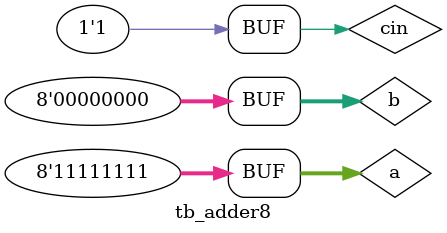
<source format=v>
`timescale 1ns/1ps

module tb_adder8();
    reg [7:0] a;
    reg [7:0] b;
    reg cin;
    wire [7:0] q;
    wire cout;

    adder8 testGate(
        .a(a),
        .b(b),
        .cin(cin),
        .cout(cout),
        .q(q)
    );

    initial begin
        a = 255;
        b = 0;
        cin = 1;
        #1000;
    end
endmodule
</source>
